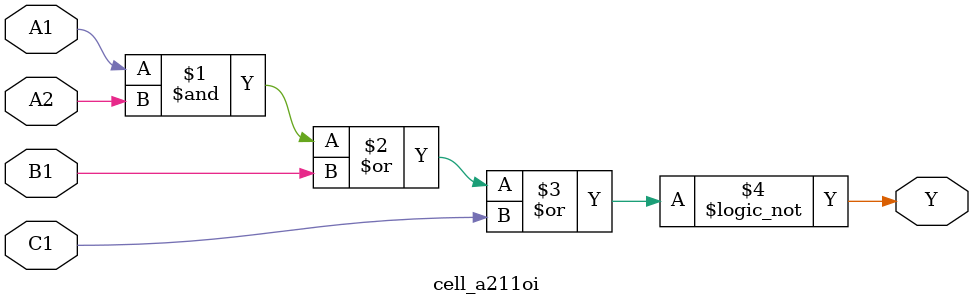
<source format=v>
`timescale 1ps/1ps
module cell_a211oi
(
    input wire A1,
    input wire A2,
    input wire B1,
    input wire C1,
    output wire Y
);
    assign Y = !((A1 & A2) | B1 | C1);
endmodule

</source>
